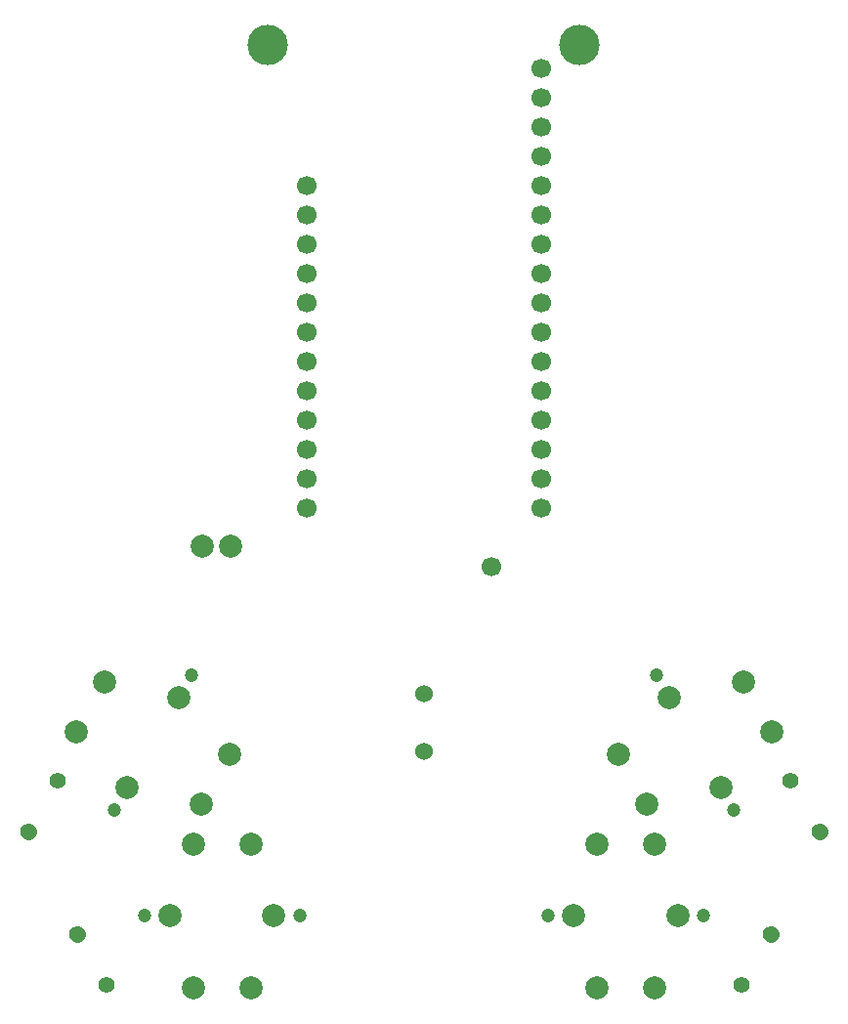
<source format=gbr>
G04 #@! TF.GenerationSoftware,KiCad,Pcbnew,(5.0.0-rc2-dev-393-gbaef22df9)*
G04 #@! TF.CreationDate,2018-04-11T16:40:45-04:00*
G04 #@! TF.ProjectId,BAMF_2018_Badge,42414D465F323031385F42616467652E,rev?*
G04 #@! TF.SameCoordinates,Original*
G04 #@! TF.FileFunction,Soldermask,Top*
G04 #@! TF.FilePolarity,Negative*
%FSLAX46Y46*%
G04 Gerber Fmt 4.6, Leading zero omitted, Abs format (unit mm)*
G04 Created by KiCad (PCBNEW (5.0.0-rc2-dev-393-gbaef22df9)) date 04/11/18 16:40:45*
%MOMM*%
%LPD*%
G01*
G04 APERTURE LIST*
%ADD10C,1.200000*%
%ADD11C,2.000000*%
%ADD12C,1.700000*%
%ADD13C,1.524000*%
%ADD14C,1.400000*%
%ADD15C,1.400000*%
%ADD16C,3.500000*%
G04 APERTURE END LIST*
D10*
X20125000Y-15154329D03*
X26875000Y-26845671D03*
D11*
X25750000Y-24897114D03*
X21250000Y-17102886D03*
X19337342Y-26290064D03*
X16837341Y-21959936D03*
X30162659Y-20040064D03*
X27662658Y-15709936D03*
D10*
X10750000Y-36000000D03*
X24250000Y-36000000D03*
D11*
X22000000Y-36000000D03*
X13000000Y-36000000D03*
X20000001Y-42250000D03*
X15000000Y-42250000D03*
X20000000Y-29750000D03*
X14999999Y-29750000D03*
D10*
X-10750000Y-36000000D03*
X-24250000Y-36000000D03*
D11*
X-22000000Y-36000000D03*
X-13000000Y-36000000D03*
X-20000001Y-29750000D03*
X-15000000Y-29750000D03*
X-20000000Y-42250000D03*
X-14999999Y-42250000D03*
D10*
X-20125000Y-15154329D03*
X-26875000Y-26845671D03*
D11*
X-25750000Y-24897114D03*
X-21250000Y-17102886D03*
X-30162659Y-20040064D03*
X-27662659Y-15709936D03*
X-19337341Y-26290064D03*
X-16837341Y-21959936D03*
D12*
X5842000Y-5730000D03*
X-10160000Y27290000D03*
X-10160000Y24750000D03*
X-10160000Y22210000D03*
X-10160000Y19670000D03*
X-10160000Y17130000D03*
X-10160000Y14590000D03*
X-10160000Y12050000D03*
X-10160000Y9510000D03*
X-10160000Y6970000D03*
X-10160000Y4430000D03*
X-10160000Y1890000D03*
X-10160000Y-650000D03*
X10160000Y-650000D03*
X10160000Y1890000D03*
X10160000Y4430000D03*
X10160000Y6970000D03*
X10160000Y9510000D03*
X10160000Y12050000D03*
X10160000Y14590000D03*
X10160000Y17130000D03*
X10160000Y19670000D03*
X10160000Y22210000D03*
X10160000Y24750000D03*
X10160000Y27290000D03*
X10160000Y29830000D03*
X10160000Y32370000D03*
X10160000Y34910000D03*
X10160000Y37450000D03*
D11*
X-19250000Y-4000000D03*
X-16750000Y-4000000D03*
D13*
X0Y-16750000D03*
X0Y-21750000D03*
D14*
X34290000Y-28649409D03*
D15*
X34290000Y-28649409D02*
X34290000Y-28649409D01*
D14*
X31750000Y-24250000D03*
X-31750000Y-24250000D03*
X-34290000Y-28649408D03*
D15*
X-34290000Y-28649408D02*
X-34290000Y-28649408D01*
D14*
X30040000Y-37600592D03*
D15*
X30040000Y-37600592D02*
X30040000Y-37600592D01*
D14*
X27500000Y-42000000D03*
X-27500000Y-42000000D03*
X-30040000Y-37600591D03*
D15*
X-30040000Y-37600591D02*
X-30040000Y-37600591D01*
D16*
X-13500000Y39500000D03*
X13500000Y39500000D03*
M02*

</source>
